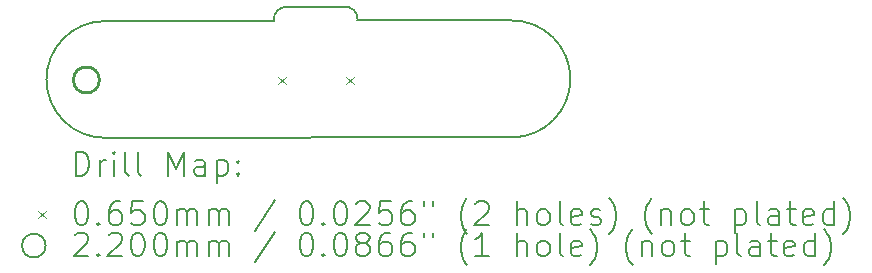
<source format=gbr>
%FSLAX45Y45*%
G04 Gerber Fmt 4.5, Leading zero omitted, Abs format (unit mm)*
G04 Created by KiCad (PCBNEW (6.0.0)) date 2022-01-15 11:29:06*
%MOMM*%
%LPD*%
G01*
G04 APERTURE LIST*
%TA.AperFunction,Profile*%
%ADD10C,0.150000*%
%TD*%
%ADD11C,0.200000*%
%ADD12C,0.065000*%
%ADD13C,0.220000*%
G04 APERTURE END LIST*
D10*
X5721250Y-6764300D02*
X9164250Y-6759300D01*
X5704250Y-5773300D02*
X7145250Y-5772300D01*
X9162250Y-6759300D02*
G75*
G03*
X9152250Y-5769300I-2970J495021D01*
G01*
X7850250Y-5767300D02*
X9158250Y-5769300D01*
X5711250Y-5775300D02*
G75*
G03*
X5719250Y-6763300I984J-494024D01*
G01*
X7853250Y-5767300D02*
G75*
G03*
X7737250Y-5654300I-103650J9638D01*
G01*
X7257454Y-5655287D02*
G75*
G03*
X7144454Y-5771287I-9638J-103650D01*
G01*
X7259250Y-5655287D02*
X7737250Y-5654300D01*
D11*
D12*
X7178750Y-6246700D02*
X7243750Y-6311700D01*
X7243750Y-6246700D02*
X7178750Y-6311700D01*
X7756750Y-6246700D02*
X7821750Y-6311700D01*
X7821750Y-6246700D02*
X7756750Y-6311700D01*
D13*
X5666250Y-6273300D02*
G75*
G03*
X5666250Y-6273300I-110000J0D01*
G01*
D11*
X5468327Y-7082276D02*
X5468327Y-6882276D01*
X5515946Y-6882276D01*
X5544518Y-6891800D01*
X5563565Y-6910848D01*
X5573089Y-6929895D01*
X5582613Y-6967990D01*
X5582613Y-6996562D01*
X5573089Y-7034657D01*
X5563565Y-7053705D01*
X5544518Y-7072752D01*
X5515946Y-7082276D01*
X5468327Y-7082276D01*
X5668327Y-7082276D02*
X5668327Y-6948943D01*
X5668327Y-6987038D02*
X5677851Y-6967990D01*
X5687375Y-6958467D01*
X5706422Y-6948943D01*
X5725470Y-6948943D01*
X5792137Y-7082276D02*
X5792137Y-6948943D01*
X5792137Y-6882276D02*
X5782613Y-6891800D01*
X5792137Y-6901324D01*
X5801660Y-6891800D01*
X5792137Y-6882276D01*
X5792137Y-6901324D01*
X5915946Y-7082276D02*
X5896899Y-7072752D01*
X5887375Y-7053705D01*
X5887375Y-6882276D01*
X6020708Y-7082276D02*
X6001660Y-7072752D01*
X5992137Y-7053705D01*
X5992137Y-6882276D01*
X6249280Y-7082276D02*
X6249280Y-6882276D01*
X6315946Y-7025133D01*
X6382613Y-6882276D01*
X6382613Y-7082276D01*
X6563565Y-7082276D02*
X6563565Y-6977514D01*
X6554041Y-6958467D01*
X6534994Y-6948943D01*
X6496899Y-6948943D01*
X6477851Y-6958467D01*
X6563565Y-7072752D02*
X6544518Y-7082276D01*
X6496899Y-7082276D01*
X6477851Y-7072752D01*
X6468327Y-7053705D01*
X6468327Y-7034657D01*
X6477851Y-7015609D01*
X6496899Y-7006086D01*
X6544518Y-7006086D01*
X6563565Y-6996562D01*
X6658803Y-6948943D02*
X6658803Y-7148943D01*
X6658803Y-6958467D02*
X6677851Y-6948943D01*
X6715946Y-6948943D01*
X6734994Y-6958467D01*
X6744518Y-6967990D01*
X6754041Y-6987038D01*
X6754041Y-7044181D01*
X6744518Y-7063228D01*
X6734994Y-7072752D01*
X6715946Y-7082276D01*
X6677851Y-7082276D01*
X6658803Y-7072752D01*
X6839756Y-7063228D02*
X6849280Y-7072752D01*
X6839756Y-7082276D01*
X6830232Y-7072752D01*
X6839756Y-7063228D01*
X6839756Y-7082276D01*
X6839756Y-6958467D02*
X6849280Y-6967990D01*
X6839756Y-6977514D01*
X6830232Y-6967990D01*
X6839756Y-6958467D01*
X6839756Y-6977514D01*
D12*
X5145708Y-7379300D02*
X5210708Y-7444300D01*
X5210708Y-7379300D02*
X5145708Y-7444300D01*
D11*
X5506422Y-7302276D02*
X5525470Y-7302276D01*
X5544518Y-7311800D01*
X5554042Y-7321324D01*
X5563565Y-7340371D01*
X5573089Y-7378467D01*
X5573089Y-7426086D01*
X5563565Y-7464181D01*
X5554042Y-7483228D01*
X5544518Y-7492752D01*
X5525470Y-7502276D01*
X5506422Y-7502276D01*
X5487375Y-7492752D01*
X5477851Y-7483228D01*
X5468327Y-7464181D01*
X5458803Y-7426086D01*
X5458803Y-7378467D01*
X5468327Y-7340371D01*
X5477851Y-7321324D01*
X5487375Y-7311800D01*
X5506422Y-7302276D01*
X5658803Y-7483228D02*
X5668327Y-7492752D01*
X5658803Y-7502276D01*
X5649280Y-7492752D01*
X5658803Y-7483228D01*
X5658803Y-7502276D01*
X5839756Y-7302276D02*
X5801660Y-7302276D01*
X5782613Y-7311800D01*
X5773089Y-7321324D01*
X5754041Y-7349895D01*
X5744518Y-7387990D01*
X5744518Y-7464181D01*
X5754041Y-7483228D01*
X5763565Y-7492752D01*
X5782613Y-7502276D01*
X5820708Y-7502276D01*
X5839756Y-7492752D01*
X5849280Y-7483228D01*
X5858803Y-7464181D01*
X5858803Y-7416562D01*
X5849280Y-7397514D01*
X5839756Y-7387990D01*
X5820708Y-7378467D01*
X5782613Y-7378467D01*
X5763565Y-7387990D01*
X5754041Y-7397514D01*
X5744518Y-7416562D01*
X6039756Y-7302276D02*
X5944518Y-7302276D01*
X5934994Y-7397514D01*
X5944518Y-7387990D01*
X5963565Y-7378467D01*
X6011184Y-7378467D01*
X6030232Y-7387990D01*
X6039756Y-7397514D01*
X6049280Y-7416562D01*
X6049280Y-7464181D01*
X6039756Y-7483228D01*
X6030232Y-7492752D01*
X6011184Y-7502276D01*
X5963565Y-7502276D01*
X5944518Y-7492752D01*
X5934994Y-7483228D01*
X6173089Y-7302276D02*
X6192137Y-7302276D01*
X6211184Y-7311800D01*
X6220708Y-7321324D01*
X6230232Y-7340371D01*
X6239756Y-7378467D01*
X6239756Y-7426086D01*
X6230232Y-7464181D01*
X6220708Y-7483228D01*
X6211184Y-7492752D01*
X6192137Y-7502276D01*
X6173089Y-7502276D01*
X6154041Y-7492752D01*
X6144518Y-7483228D01*
X6134994Y-7464181D01*
X6125470Y-7426086D01*
X6125470Y-7378467D01*
X6134994Y-7340371D01*
X6144518Y-7321324D01*
X6154041Y-7311800D01*
X6173089Y-7302276D01*
X6325470Y-7502276D02*
X6325470Y-7368943D01*
X6325470Y-7387990D02*
X6334994Y-7378467D01*
X6354041Y-7368943D01*
X6382613Y-7368943D01*
X6401660Y-7378467D01*
X6411184Y-7397514D01*
X6411184Y-7502276D01*
X6411184Y-7397514D02*
X6420708Y-7378467D01*
X6439756Y-7368943D01*
X6468327Y-7368943D01*
X6487375Y-7378467D01*
X6496899Y-7397514D01*
X6496899Y-7502276D01*
X6592137Y-7502276D02*
X6592137Y-7368943D01*
X6592137Y-7387990D02*
X6601660Y-7378467D01*
X6620708Y-7368943D01*
X6649280Y-7368943D01*
X6668327Y-7378467D01*
X6677851Y-7397514D01*
X6677851Y-7502276D01*
X6677851Y-7397514D02*
X6687375Y-7378467D01*
X6706422Y-7368943D01*
X6734994Y-7368943D01*
X6754041Y-7378467D01*
X6763565Y-7397514D01*
X6763565Y-7502276D01*
X7154041Y-7292752D02*
X6982613Y-7549895D01*
X7411184Y-7302276D02*
X7430232Y-7302276D01*
X7449280Y-7311800D01*
X7458803Y-7321324D01*
X7468327Y-7340371D01*
X7477851Y-7378467D01*
X7477851Y-7426086D01*
X7468327Y-7464181D01*
X7458803Y-7483228D01*
X7449280Y-7492752D01*
X7430232Y-7502276D01*
X7411184Y-7502276D01*
X7392137Y-7492752D01*
X7382613Y-7483228D01*
X7373089Y-7464181D01*
X7363565Y-7426086D01*
X7363565Y-7378467D01*
X7373089Y-7340371D01*
X7382613Y-7321324D01*
X7392137Y-7311800D01*
X7411184Y-7302276D01*
X7563565Y-7483228D02*
X7573089Y-7492752D01*
X7563565Y-7502276D01*
X7554041Y-7492752D01*
X7563565Y-7483228D01*
X7563565Y-7502276D01*
X7696899Y-7302276D02*
X7715946Y-7302276D01*
X7734994Y-7311800D01*
X7744518Y-7321324D01*
X7754041Y-7340371D01*
X7763565Y-7378467D01*
X7763565Y-7426086D01*
X7754041Y-7464181D01*
X7744518Y-7483228D01*
X7734994Y-7492752D01*
X7715946Y-7502276D01*
X7696899Y-7502276D01*
X7677851Y-7492752D01*
X7668327Y-7483228D01*
X7658803Y-7464181D01*
X7649280Y-7426086D01*
X7649280Y-7378467D01*
X7658803Y-7340371D01*
X7668327Y-7321324D01*
X7677851Y-7311800D01*
X7696899Y-7302276D01*
X7839756Y-7321324D02*
X7849280Y-7311800D01*
X7868327Y-7302276D01*
X7915946Y-7302276D01*
X7934994Y-7311800D01*
X7944518Y-7321324D01*
X7954041Y-7340371D01*
X7954041Y-7359419D01*
X7944518Y-7387990D01*
X7830232Y-7502276D01*
X7954041Y-7502276D01*
X8134994Y-7302276D02*
X8039756Y-7302276D01*
X8030232Y-7397514D01*
X8039756Y-7387990D01*
X8058803Y-7378467D01*
X8106422Y-7378467D01*
X8125470Y-7387990D01*
X8134994Y-7397514D01*
X8144518Y-7416562D01*
X8144518Y-7464181D01*
X8134994Y-7483228D01*
X8125470Y-7492752D01*
X8106422Y-7502276D01*
X8058803Y-7502276D01*
X8039756Y-7492752D01*
X8030232Y-7483228D01*
X8315946Y-7302276D02*
X8277851Y-7302276D01*
X8258803Y-7311800D01*
X8249280Y-7321324D01*
X8230232Y-7349895D01*
X8220708Y-7387990D01*
X8220708Y-7464181D01*
X8230232Y-7483228D01*
X8239756Y-7492752D01*
X8258803Y-7502276D01*
X8296899Y-7502276D01*
X8315946Y-7492752D01*
X8325470Y-7483228D01*
X8334994Y-7464181D01*
X8334994Y-7416562D01*
X8325470Y-7397514D01*
X8315946Y-7387990D01*
X8296899Y-7378467D01*
X8258803Y-7378467D01*
X8239756Y-7387990D01*
X8230232Y-7397514D01*
X8220708Y-7416562D01*
X8411184Y-7302276D02*
X8411184Y-7340371D01*
X8487375Y-7302276D02*
X8487375Y-7340371D01*
X8782613Y-7578467D02*
X8773089Y-7568943D01*
X8754042Y-7540371D01*
X8744518Y-7521324D01*
X8734994Y-7492752D01*
X8725470Y-7445133D01*
X8725470Y-7407038D01*
X8734994Y-7359419D01*
X8744518Y-7330848D01*
X8754042Y-7311800D01*
X8773089Y-7283228D01*
X8782613Y-7273705D01*
X8849280Y-7321324D02*
X8858803Y-7311800D01*
X8877851Y-7302276D01*
X8925470Y-7302276D01*
X8944518Y-7311800D01*
X8954042Y-7321324D01*
X8963565Y-7340371D01*
X8963565Y-7359419D01*
X8954042Y-7387990D01*
X8839756Y-7502276D01*
X8963565Y-7502276D01*
X9201661Y-7502276D02*
X9201661Y-7302276D01*
X9287375Y-7502276D02*
X9287375Y-7397514D01*
X9277851Y-7378467D01*
X9258803Y-7368943D01*
X9230232Y-7368943D01*
X9211184Y-7378467D01*
X9201661Y-7387990D01*
X9411184Y-7502276D02*
X9392137Y-7492752D01*
X9382613Y-7483228D01*
X9373089Y-7464181D01*
X9373089Y-7407038D01*
X9382613Y-7387990D01*
X9392137Y-7378467D01*
X9411184Y-7368943D01*
X9439756Y-7368943D01*
X9458803Y-7378467D01*
X9468327Y-7387990D01*
X9477851Y-7407038D01*
X9477851Y-7464181D01*
X9468327Y-7483228D01*
X9458803Y-7492752D01*
X9439756Y-7502276D01*
X9411184Y-7502276D01*
X9592137Y-7502276D02*
X9573089Y-7492752D01*
X9563565Y-7473705D01*
X9563565Y-7302276D01*
X9744518Y-7492752D02*
X9725470Y-7502276D01*
X9687375Y-7502276D01*
X9668327Y-7492752D01*
X9658803Y-7473705D01*
X9658803Y-7397514D01*
X9668327Y-7378467D01*
X9687375Y-7368943D01*
X9725470Y-7368943D01*
X9744518Y-7378467D01*
X9754042Y-7397514D01*
X9754042Y-7416562D01*
X9658803Y-7435609D01*
X9830232Y-7492752D02*
X9849280Y-7502276D01*
X9887375Y-7502276D01*
X9906422Y-7492752D01*
X9915946Y-7473705D01*
X9915946Y-7464181D01*
X9906422Y-7445133D01*
X9887375Y-7435609D01*
X9858803Y-7435609D01*
X9839756Y-7426086D01*
X9830232Y-7407038D01*
X9830232Y-7397514D01*
X9839756Y-7378467D01*
X9858803Y-7368943D01*
X9887375Y-7368943D01*
X9906422Y-7378467D01*
X9982613Y-7578467D02*
X9992137Y-7568943D01*
X10011184Y-7540371D01*
X10020708Y-7521324D01*
X10030232Y-7492752D01*
X10039756Y-7445133D01*
X10039756Y-7407038D01*
X10030232Y-7359419D01*
X10020708Y-7330848D01*
X10011184Y-7311800D01*
X9992137Y-7283228D01*
X9982613Y-7273705D01*
X10344518Y-7578467D02*
X10334994Y-7568943D01*
X10315946Y-7540371D01*
X10306422Y-7521324D01*
X10296899Y-7492752D01*
X10287375Y-7445133D01*
X10287375Y-7407038D01*
X10296899Y-7359419D01*
X10306422Y-7330848D01*
X10315946Y-7311800D01*
X10334994Y-7283228D01*
X10344518Y-7273705D01*
X10420708Y-7368943D02*
X10420708Y-7502276D01*
X10420708Y-7387990D02*
X10430232Y-7378467D01*
X10449280Y-7368943D01*
X10477851Y-7368943D01*
X10496899Y-7378467D01*
X10506422Y-7397514D01*
X10506422Y-7502276D01*
X10630232Y-7502276D02*
X10611184Y-7492752D01*
X10601661Y-7483228D01*
X10592137Y-7464181D01*
X10592137Y-7407038D01*
X10601661Y-7387990D01*
X10611184Y-7378467D01*
X10630232Y-7368943D01*
X10658803Y-7368943D01*
X10677851Y-7378467D01*
X10687375Y-7387990D01*
X10696899Y-7407038D01*
X10696899Y-7464181D01*
X10687375Y-7483228D01*
X10677851Y-7492752D01*
X10658803Y-7502276D01*
X10630232Y-7502276D01*
X10754042Y-7368943D02*
X10830232Y-7368943D01*
X10782613Y-7302276D02*
X10782613Y-7473705D01*
X10792137Y-7492752D01*
X10811184Y-7502276D01*
X10830232Y-7502276D01*
X11049280Y-7368943D02*
X11049280Y-7568943D01*
X11049280Y-7378467D02*
X11068327Y-7368943D01*
X11106422Y-7368943D01*
X11125470Y-7378467D01*
X11134994Y-7387990D01*
X11144518Y-7407038D01*
X11144518Y-7464181D01*
X11134994Y-7483228D01*
X11125470Y-7492752D01*
X11106422Y-7502276D01*
X11068327Y-7502276D01*
X11049280Y-7492752D01*
X11258803Y-7502276D02*
X11239756Y-7492752D01*
X11230232Y-7473705D01*
X11230232Y-7302276D01*
X11420708Y-7502276D02*
X11420708Y-7397514D01*
X11411184Y-7378467D01*
X11392137Y-7368943D01*
X11354041Y-7368943D01*
X11334994Y-7378467D01*
X11420708Y-7492752D02*
X11401660Y-7502276D01*
X11354041Y-7502276D01*
X11334994Y-7492752D01*
X11325470Y-7473705D01*
X11325470Y-7454657D01*
X11334994Y-7435609D01*
X11354041Y-7426086D01*
X11401660Y-7426086D01*
X11420708Y-7416562D01*
X11487375Y-7368943D02*
X11563565Y-7368943D01*
X11515946Y-7302276D02*
X11515946Y-7473705D01*
X11525470Y-7492752D01*
X11544518Y-7502276D01*
X11563565Y-7502276D01*
X11706422Y-7492752D02*
X11687375Y-7502276D01*
X11649280Y-7502276D01*
X11630232Y-7492752D01*
X11620708Y-7473705D01*
X11620708Y-7397514D01*
X11630232Y-7378467D01*
X11649280Y-7368943D01*
X11687375Y-7368943D01*
X11706422Y-7378467D01*
X11715946Y-7397514D01*
X11715946Y-7416562D01*
X11620708Y-7435609D01*
X11887375Y-7502276D02*
X11887375Y-7302276D01*
X11887375Y-7492752D02*
X11868327Y-7502276D01*
X11830232Y-7502276D01*
X11811184Y-7492752D01*
X11801660Y-7483228D01*
X11792137Y-7464181D01*
X11792137Y-7407038D01*
X11801660Y-7387990D01*
X11811184Y-7378467D01*
X11830232Y-7368943D01*
X11868327Y-7368943D01*
X11887375Y-7378467D01*
X11963565Y-7578467D02*
X11973089Y-7568943D01*
X11992137Y-7540371D01*
X12001660Y-7521324D01*
X12011184Y-7492752D01*
X12020708Y-7445133D01*
X12020708Y-7407038D01*
X12011184Y-7359419D01*
X12001660Y-7330848D01*
X11992137Y-7311800D01*
X11973089Y-7283228D01*
X11963565Y-7273705D01*
X5210708Y-7675800D02*
G75*
G03*
X5210708Y-7675800I-100000J0D01*
G01*
X5458803Y-7585324D02*
X5468327Y-7575800D01*
X5487375Y-7566276D01*
X5534994Y-7566276D01*
X5554042Y-7575800D01*
X5563565Y-7585324D01*
X5573089Y-7604371D01*
X5573089Y-7623419D01*
X5563565Y-7651990D01*
X5449280Y-7766276D01*
X5573089Y-7766276D01*
X5658803Y-7747228D02*
X5668327Y-7756752D01*
X5658803Y-7766276D01*
X5649280Y-7756752D01*
X5658803Y-7747228D01*
X5658803Y-7766276D01*
X5744518Y-7585324D02*
X5754041Y-7575800D01*
X5773089Y-7566276D01*
X5820708Y-7566276D01*
X5839756Y-7575800D01*
X5849280Y-7585324D01*
X5858803Y-7604371D01*
X5858803Y-7623419D01*
X5849280Y-7651990D01*
X5734994Y-7766276D01*
X5858803Y-7766276D01*
X5982613Y-7566276D02*
X6001660Y-7566276D01*
X6020708Y-7575800D01*
X6030232Y-7585324D01*
X6039756Y-7604371D01*
X6049280Y-7642467D01*
X6049280Y-7690086D01*
X6039756Y-7728181D01*
X6030232Y-7747228D01*
X6020708Y-7756752D01*
X6001660Y-7766276D01*
X5982613Y-7766276D01*
X5963565Y-7756752D01*
X5954041Y-7747228D01*
X5944518Y-7728181D01*
X5934994Y-7690086D01*
X5934994Y-7642467D01*
X5944518Y-7604371D01*
X5954041Y-7585324D01*
X5963565Y-7575800D01*
X5982613Y-7566276D01*
X6173089Y-7566276D02*
X6192137Y-7566276D01*
X6211184Y-7575800D01*
X6220708Y-7585324D01*
X6230232Y-7604371D01*
X6239756Y-7642467D01*
X6239756Y-7690086D01*
X6230232Y-7728181D01*
X6220708Y-7747228D01*
X6211184Y-7756752D01*
X6192137Y-7766276D01*
X6173089Y-7766276D01*
X6154041Y-7756752D01*
X6144518Y-7747228D01*
X6134994Y-7728181D01*
X6125470Y-7690086D01*
X6125470Y-7642467D01*
X6134994Y-7604371D01*
X6144518Y-7585324D01*
X6154041Y-7575800D01*
X6173089Y-7566276D01*
X6325470Y-7766276D02*
X6325470Y-7632943D01*
X6325470Y-7651990D02*
X6334994Y-7642467D01*
X6354041Y-7632943D01*
X6382613Y-7632943D01*
X6401660Y-7642467D01*
X6411184Y-7661514D01*
X6411184Y-7766276D01*
X6411184Y-7661514D02*
X6420708Y-7642467D01*
X6439756Y-7632943D01*
X6468327Y-7632943D01*
X6487375Y-7642467D01*
X6496899Y-7661514D01*
X6496899Y-7766276D01*
X6592137Y-7766276D02*
X6592137Y-7632943D01*
X6592137Y-7651990D02*
X6601660Y-7642467D01*
X6620708Y-7632943D01*
X6649280Y-7632943D01*
X6668327Y-7642467D01*
X6677851Y-7661514D01*
X6677851Y-7766276D01*
X6677851Y-7661514D02*
X6687375Y-7642467D01*
X6706422Y-7632943D01*
X6734994Y-7632943D01*
X6754041Y-7642467D01*
X6763565Y-7661514D01*
X6763565Y-7766276D01*
X7154041Y-7556752D02*
X6982613Y-7813895D01*
X7411184Y-7566276D02*
X7430232Y-7566276D01*
X7449280Y-7575800D01*
X7458803Y-7585324D01*
X7468327Y-7604371D01*
X7477851Y-7642467D01*
X7477851Y-7690086D01*
X7468327Y-7728181D01*
X7458803Y-7747228D01*
X7449280Y-7756752D01*
X7430232Y-7766276D01*
X7411184Y-7766276D01*
X7392137Y-7756752D01*
X7382613Y-7747228D01*
X7373089Y-7728181D01*
X7363565Y-7690086D01*
X7363565Y-7642467D01*
X7373089Y-7604371D01*
X7382613Y-7585324D01*
X7392137Y-7575800D01*
X7411184Y-7566276D01*
X7563565Y-7747228D02*
X7573089Y-7756752D01*
X7563565Y-7766276D01*
X7554041Y-7756752D01*
X7563565Y-7747228D01*
X7563565Y-7766276D01*
X7696899Y-7566276D02*
X7715946Y-7566276D01*
X7734994Y-7575800D01*
X7744518Y-7585324D01*
X7754041Y-7604371D01*
X7763565Y-7642467D01*
X7763565Y-7690086D01*
X7754041Y-7728181D01*
X7744518Y-7747228D01*
X7734994Y-7756752D01*
X7715946Y-7766276D01*
X7696899Y-7766276D01*
X7677851Y-7756752D01*
X7668327Y-7747228D01*
X7658803Y-7728181D01*
X7649280Y-7690086D01*
X7649280Y-7642467D01*
X7658803Y-7604371D01*
X7668327Y-7585324D01*
X7677851Y-7575800D01*
X7696899Y-7566276D01*
X7877851Y-7651990D02*
X7858803Y-7642467D01*
X7849280Y-7632943D01*
X7839756Y-7613895D01*
X7839756Y-7604371D01*
X7849280Y-7585324D01*
X7858803Y-7575800D01*
X7877851Y-7566276D01*
X7915946Y-7566276D01*
X7934994Y-7575800D01*
X7944518Y-7585324D01*
X7954041Y-7604371D01*
X7954041Y-7613895D01*
X7944518Y-7632943D01*
X7934994Y-7642467D01*
X7915946Y-7651990D01*
X7877851Y-7651990D01*
X7858803Y-7661514D01*
X7849280Y-7671038D01*
X7839756Y-7690086D01*
X7839756Y-7728181D01*
X7849280Y-7747228D01*
X7858803Y-7756752D01*
X7877851Y-7766276D01*
X7915946Y-7766276D01*
X7934994Y-7756752D01*
X7944518Y-7747228D01*
X7954041Y-7728181D01*
X7954041Y-7690086D01*
X7944518Y-7671038D01*
X7934994Y-7661514D01*
X7915946Y-7651990D01*
X8125470Y-7566276D02*
X8087375Y-7566276D01*
X8068327Y-7575800D01*
X8058803Y-7585324D01*
X8039756Y-7613895D01*
X8030232Y-7651990D01*
X8030232Y-7728181D01*
X8039756Y-7747228D01*
X8049280Y-7756752D01*
X8068327Y-7766276D01*
X8106422Y-7766276D01*
X8125470Y-7756752D01*
X8134994Y-7747228D01*
X8144518Y-7728181D01*
X8144518Y-7680562D01*
X8134994Y-7661514D01*
X8125470Y-7651990D01*
X8106422Y-7642467D01*
X8068327Y-7642467D01*
X8049280Y-7651990D01*
X8039756Y-7661514D01*
X8030232Y-7680562D01*
X8315946Y-7566276D02*
X8277851Y-7566276D01*
X8258803Y-7575800D01*
X8249280Y-7585324D01*
X8230232Y-7613895D01*
X8220708Y-7651990D01*
X8220708Y-7728181D01*
X8230232Y-7747228D01*
X8239756Y-7756752D01*
X8258803Y-7766276D01*
X8296899Y-7766276D01*
X8315946Y-7756752D01*
X8325470Y-7747228D01*
X8334994Y-7728181D01*
X8334994Y-7680562D01*
X8325470Y-7661514D01*
X8315946Y-7651990D01*
X8296899Y-7642467D01*
X8258803Y-7642467D01*
X8239756Y-7651990D01*
X8230232Y-7661514D01*
X8220708Y-7680562D01*
X8411184Y-7566276D02*
X8411184Y-7604371D01*
X8487375Y-7566276D02*
X8487375Y-7604371D01*
X8782613Y-7842467D02*
X8773089Y-7832943D01*
X8754042Y-7804371D01*
X8744518Y-7785324D01*
X8734994Y-7756752D01*
X8725470Y-7709133D01*
X8725470Y-7671038D01*
X8734994Y-7623419D01*
X8744518Y-7594848D01*
X8754042Y-7575800D01*
X8773089Y-7547228D01*
X8782613Y-7537705D01*
X8963565Y-7766276D02*
X8849280Y-7766276D01*
X8906422Y-7766276D02*
X8906422Y-7566276D01*
X8887375Y-7594848D01*
X8868327Y-7613895D01*
X8849280Y-7623419D01*
X9201661Y-7766276D02*
X9201661Y-7566276D01*
X9287375Y-7766276D02*
X9287375Y-7661514D01*
X9277851Y-7642467D01*
X9258803Y-7632943D01*
X9230232Y-7632943D01*
X9211184Y-7642467D01*
X9201661Y-7651990D01*
X9411184Y-7766276D02*
X9392137Y-7756752D01*
X9382613Y-7747228D01*
X9373089Y-7728181D01*
X9373089Y-7671038D01*
X9382613Y-7651990D01*
X9392137Y-7642467D01*
X9411184Y-7632943D01*
X9439756Y-7632943D01*
X9458803Y-7642467D01*
X9468327Y-7651990D01*
X9477851Y-7671038D01*
X9477851Y-7728181D01*
X9468327Y-7747228D01*
X9458803Y-7756752D01*
X9439756Y-7766276D01*
X9411184Y-7766276D01*
X9592137Y-7766276D02*
X9573089Y-7756752D01*
X9563565Y-7737705D01*
X9563565Y-7566276D01*
X9744518Y-7756752D02*
X9725470Y-7766276D01*
X9687375Y-7766276D01*
X9668327Y-7756752D01*
X9658803Y-7737705D01*
X9658803Y-7661514D01*
X9668327Y-7642467D01*
X9687375Y-7632943D01*
X9725470Y-7632943D01*
X9744518Y-7642467D01*
X9754042Y-7661514D01*
X9754042Y-7680562D01*
X9658803Y-7699609D01*
X9820708Y-7842467D02*
X9830232Y-7832943D01*
X9849280Y-7804371D01*
X9858803Y-7785324D01*
X9868327Y-7756752D01*
X9877851Y-7709133D01*
X9877851Y-7671038D01*
X9868327Y-7623419D01*
X9858803Y-7594848D01*
X9849280Y-7575800D01*
X9830232Y-7547228D01*
X9820708Y-7537705D01*
X10182613Y-7842467D02*
X10173089Y-7832943D01*
X10154042Y-7804371D01*
X10144518Y-7785324D01*
X10134994Y-7756752D01*
X10125470Y-7709133D01*
X10125470Y-7671038D01*
X10134994Y-7623419D01*
X10144518Y-7594848D01*
X10154042Y-7575800D01*
X10173089Y-7547228D01*
X10182613Y-7537705D01*
X10258803Y-7632943D02*
X10258803Y-7766276D01*
X10258803Y-7651990D02*
X10268327Y-7642467D01*
X10287375Y-7632943D01*
X10315946Y-7632943D01*
X10334994Y-7642467D01*
X10344518Y-7661514D01*
X10344518Y-7766276D01*
X10468327Y-7766276D02*
X10449280Y-7756752D01*
X10439756Y-7747228D01*
X10430232Y-7728181D01*
X10430232Y-7671038D01*
X10439756Y-7651990D01*
X10449280Y-7642467D01*
X10468327Y-7632943D01*
X10496899Y-7632943D01*
X10515946Y-7642467D01*
X10525470Y-7651990D01*
X10534994Y-7671038D01*
X10534994Y-7728181D01*
X10525470Y-7747228D01*
X10515946Y-7756752D01*
X10496899Y-7766276D01*
X10468327Y-7766276D01*
X10592137Y-7632943D02*
X10668327Y-7632943D01*
X10620708Y-7566276D02*
X10620708Y-7737705D01*
X10630232Y-7756752D01*
X10649280Y-7766276D01*
X10668327Y-7766276D01*
X10887375Y-7632943D02*
X10887375Y-7832943D01*
X10887375Y-7642467D02*
X10906422Y-7632943D01*
X10944518Y-7632943D01*
X10963565Y-7642467D01*
X10973089Y-7651990D01*
X10982613Y-7671038D01*
X10982613Y-7728181D01*
X10973089Y-7747228D01*
X10963565Y-7756752D01*
X10944518Y-7766276D01*
X10906422Y-7766276D01*
X10887375Y-7756752D01*
X11096899Y-7766276D02*
X11077851Y-7756752D01*
X11068327Y-7737705D01*
X11068327Y-7566276D01*
X11258803Y-7766276D02*
X11258803Y-7661514D01*
X11249280Y-7642467D01*
X11230232Y-7632943D01*
X11192137Y-7632943D01*
X11173089Y-7642467D01*
X11258803Y-7756752D02*
X11239756Y-7766276D01*
X11192137Y-7766276D01*
X11173089Y-7756752D01*
X11163565Y-7737705D01*
X11163565Y-7718657D01*
X11173089Y-7699609D01*
X11192137Y-7690086D01*
X11239756Y-7690086D01*
X11258803Y-7680562D01*
X11325470Y-7632943D02*
X11401660Y-7632943D01*
X11354041Y-7566276D02*
X11354041Y-7737705D01*
X11363565Y-7756752D01*
X11382613Y-7766276D01*
X11401660Y-7766276D01*
X11544518Y-7756752D02*
X11525470Y-7766276D01*
X11487375Y-7766276D01*
X11468327Y-7756752D01*
X11458803Y-7737705D01*
X11458803Y-7661514D01*
X11468327Y-7642467D01*
X11487375Y-7632943D01*
X11525470Y-7632943D01*
X11544518Y-7642467D01*
X11554041Y-7661514D01*
X11554041Y-7680562D01*
X11458803Y-7699609D01*
X11725470Y-7766276D02*
X11725470Y-7566276D01*
X11725470Y-7756752D02*
X11706422Y-7766276D01*
X11668327Y-7766276D01*
X11649280Y-7756752D01*
X11639756Y-7747228D01*
X11630232Y-7728181D01*
X11630232Y-7671038D01*
X11639756Y-7651990D01*
X11649280Y-7642467D01*
X11668327Y-7632943D01*
X11706422Y-7632943D01*
X11725470Y-7642467D01*
X11801660Y-7842467D02*
X11811184Y-7832943D01*
X11830232Y-7804371D01*
X11839756Y-7785324D01*
X11849280Y-7756752D01*
X11858803Y-7709133D01*
X11858803Y-7671038D01*
X11849280Y-7623419D01*
X11839756Y-7594848D01*
X11830232Y-7575800D01*
X11811184Y-7547228D01*
X11801660Y-7537705D01*
M02*

</source>
